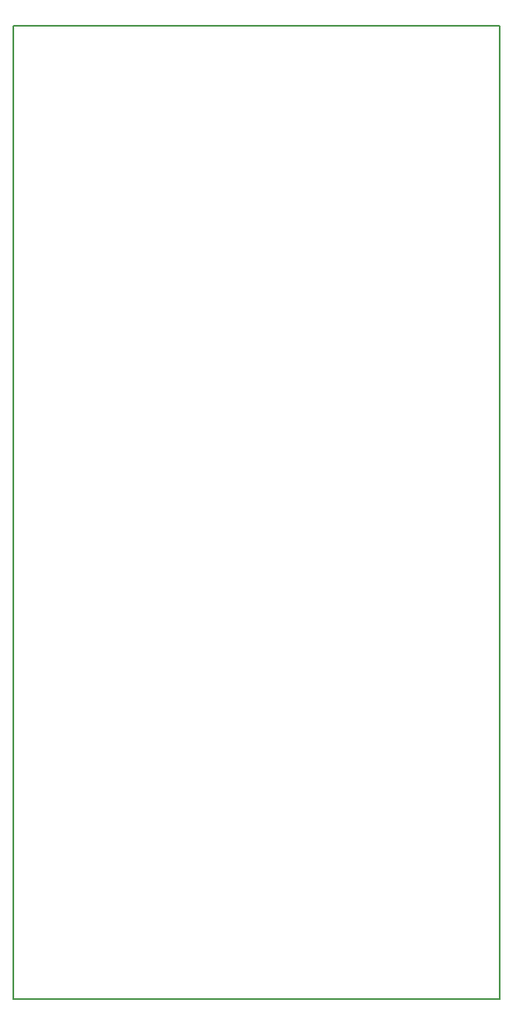
<source format=gbr>
G04 #@! TF.FileFunction,Drawing*
%FSLAX46Y46*%
G04 Gerber Fmt 4.6, Leading zero omitted, Abs format (unit mm)*
G04 Created by KiCad (PCBNEW (2015-04-05 BZR 5576)-product) date Mon 06 Apr 2015 21:27:06 SAST*
%MOMM*%
G01*
G04 APERTURE LIST*
%ADD10C,0.100000*%
%ADD11C,0.200000*%
G04 APERTURE END LIST*
D10*
D11*
X161290000Y-41910000D02*
X111760000Y-41910000D01*
X161290000Y-140970000D02*
X161290000Y-41910000D01*
X111760000Y-140970000D02*
X161290000Y-140970000D01*
X111760000Y-41910000D02*
X111760000Y-140970000D01*
M02*

</source>
